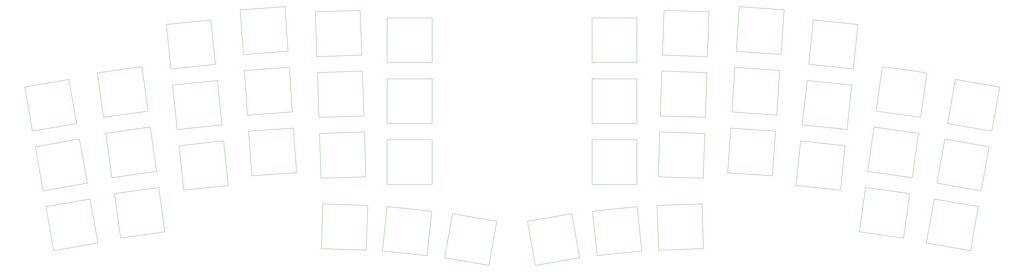
<source format=gbr>
%TF.GenerationSoftware,KiCad,Pcbnew,(6.0.0-0)*%
%TF.CreationDate,2022-01-05T19:35:22+07:00*%
%TF.ProjectId,kibod-01,6b69626f-642d-4303-912e-6b696361645f,rev?*%
%TF.SameCoordinates,Original*%
%TF.FileFunction,Other,ECO2*%
%FSLAX46Y46*%
G04 Gerber Fmt 4.6, Leading zero omitted, Abs format (unit mm)*
G04 Created by KiCad (PCBNEW (6.0.0-0)) date 2022-01-05 19:35:22*
%MOMM*%
%LPD*%
G01*
G04 APERTURE LIST*
%ADD10C,0.120000*%
G04 APERTURE END LIST*
D10*
%TO.C,K-0-0*%
X2979410Y-61740808D02*
X5410485Y-75528117D01*
X-8376824Y-77959192D02*
X-10807899Y-64171883D01*
X-10807899Y-64171883D02*
X2979410Y-61740808D01*
X5410485Y-75528117D02*
X-8376824Y-77959192D01*
%TO.C,K-0-1*%
X25702598Y-57815083D02*
X27651021Y-71678836D01*
X27651021Y-71678836D02*
X13787268Y-73627259D01*
X11838845Y-59763506D02*
X25702598Y-57815083D01*
X13787268Y-73627259D02*
X11838845Y-59763506D01*
%TO.C,K-0-2*%
X48698873Y-57038329D02*
X34775566Y-58501728D01*
X34775566Y-58501728D02*
X33312167Y-44578421D01*
X47235474Y-43115022D02*
X48698873Y-57038329D01*
X33312167Y-44578421D02*
X47235474Y-43115022D01*
%TO.C,K-0-3*%
X57350345Y-53932696D02*
X56373754Y-39966799D01*
X71316242Y-52956105D02*
X57350345Y-53932696D01*
X56373754Y-39966799D02*
X70339651Y-38990208D01*
X70339651Y-38990208D02*
X71316242Y-52956105D01*
%TO.C,K-0-4*%
X79803498Y-40625858D02*
X93794969Y-40137265D01*
X94283562Y-54128736D02*
X80292091Y-54617329D01*
X93794969Y-40137265D02*
X94283562Y-54128736D01*
X80292091Y-54617329D02*
X79803498Y-40625858D01*
%TO.C,K-0-5*%
X102220000Y-42530000D02*
X116220000Y-42530000D01*
X116220000Y-56530000D02*
X102220000Y-56530000D01*
X116220000Y-42530000D02*
X116220000Y-56530000D01*
X102220000Y-56530000D02*
X102220000Y-42530000D01*
%TO.C,K-1-0*%
X6287407Y-80390039D02*
X8718482Y-94177348D01*
X-7499902Y-82821114D02*
X6287407Y-80390039D01*
X-5068827Y-96608423D02*
X-7499902Y-82821114D01*
X8718482Y-94177348D02*
X-5068827Y-96608423D01*
%TO.C,K-1-1*%
X30302266Y-90543442D02*
X16438513Y-92491865D01*
X28353843Y-76679689D02*
X30302266Y-90543442D01*
X16438513Y-92491865D02*
X14490090Y-78628112D01*
X14490090Y-78628112D02*
X28353843Y-76679689D01*
%TO.C,K-1-2*%
X50690138Y-75983972D02*
X36766831Y-77447371D01*
X49226739Y-62060665D02*
X50690138Y-75983972D01*
X36766831Y-77447371D02*
X35303432Y-63524064D01*
X35303432Y-63524064D02*
X49226739Y-62060665D01*
%TO.C,K-1-3*%
X72645102Y-71959699D02*
X58679205Y-72936290D01*
X58679205Y-72936290D02*
X57702614Y-58970393D01*
X57702614Y-58970393D02*
X71668511Y-57993802D01*
X71668511Y-57993802D02*
X72645102Y-71959699D01*
%TO.C,K-1-4*%
X94459804Y-59175660D02*
X94948397Y-73167131D01*
X80468333Y-59664253D02*
X94459804Y-59175660D01*
X94948397Y-73167131D02*
X80956926Y-73655724D01*
X80956926Y-73655724D02*
X80468333Y-59664253D01*
%TO.C,K-1-5*%
X116220000Y-75580000D02*
X102220000Y-75580000D01*
X102220000Y-61580000D02*
X116220000Y-61580000D01*
X102220000Y-75580000D02*
X102220000Y-61580000D01*
X116220000Y-61580000D02*
X116220000Y-75580000D01*
%TO.C,K-2-0*%
X9595405Y-99150627D02*
X12026480Y-112937936D01*
X-1760829Y-115369011D02*
X-4191904Y-101581702D01*
X12026480Y-112937936D02*
X-1760829Y-115369011D01*
X-4191904Y-101581702D02*
X9595405Y-99150627D01*
%TO.C,K-2-1*%
X17141340Y-97492719D02*
X31005093Y-95544296D01*
X32953516Y-109408049D02*
X19089763Y-111356472D01*
X31005093Y-95544296D02*
X32953516Y-109408049D01*
X19089763Y-111356472D02*
X17141340Y-97492719D01*
%TO.C,K-2-2*%
X38758099Y-96393011D02*
X37294700Y-82469704D01*
X51218007Y-81006305D02*
X52681406Y-94929612D01*
X37294700Y-82469704D02*
X51218007Y-81006305D01*
X52681406Y-94929612D02*
X38758099Y-96393011D01*
%TO.C,K-2-3*%
X60008066Y-91939886D02*
X59031475Y-77973989D01*
X72997372Y-76997398D02*
X73973963Y-90963295D01*
X59031475Y-77973989D02*
X72997372Y-76997398D01*
X73973963Y-90963295D02*
X60008066Y-91939886D01*
%TO.C,K-2-4*%
X81133168Y-78702648D02*
X95124639Y-78214055D01*
X95124639Y-78214055D02*
X95613232Y-92205526D01*
X95613232Y-92205526D02*
X81621761Y-92694119D01*
X81621761Y-92694119D02*
X81133168Y-78702648D01*
%TO.C,K-2-5*%
X102220000Y-94630000D02*
X102220000Y-80630000D01*
X116220000Y-94630000D02*
X102220000Y-94630000D01*
X116220000Y-80630000D02*
X116220000Y-94630000D01*
X102220000Y-80630000D02*
X116220000Y-80630000D01*
%TO.C,K-3-3*%
X96140805Y-101198561D02*
X95652212Y-115190032D01*
X81660741Y-114701439D02*
X82149334Y-100709968D01*
X95652212Y-115190032D02*
X81660741Y-114701439D01*
X82149334Y-100709968D02*
X96140805Y-101198561D01*
%TO.C,K-3-4*%
X100733930Y-115449954D02*
X102197329Y-101526647D01*
X102197329Y-101526647D02*
X116120636Y-102990046D01*
X114657237Y-116913353D02*
X100733930Y-115449954D01*
X116120636Y-102990046D02*
X114657237Y-116913353D01*
%TO.C,K-3-5*%
X120160808Y-117525520D02*
X122591883Y-103738211D01*
X122591883Y-103738211D02*
X136379192Y-106169286D01*
X136379192Y-106169286D02*
X133948117Y-119956595D01*
X133948117Y-119956595D02*
X120160808Y-117525520D01*
%TO.C,K-0-0-B1*%
X290720683Y-77959192D02*
X276933374Y-75528117D01*
X276933374Y-75528117D02*
X279364449Y-61740808D01*
X279364449Y-61740808D02*
X293151758Y-64171883D01*
X293151758Y-64171883D02*
X290720683Y-77959192D01*
%TO.C,K-0-1-B1*%
X270505014Y-59763506D02*
X268556591Y-73627259D01*
X256641261Y-57815083D02*
X270505014Y-59763506D01*
X268556591Y-73627259D02*
X254692838Y-71678836D01*
X254692838Y-71678836D02*
X256641261Y-57815083D01*
%TO.C,K-0-2-B1*%
X249031692Y-44578421D02*
X247568293Y-58501728D01*
X233644986Y-57038329D02*
X235108385Y-43115022D01*
X247568293Y-58501728D02*
X233644986Y-57038329D01*
X235108385Y-43115022D02*
X249031692Y-44578421D01*
%TO.C,K-0-3-B1*%
X224993514Y-53932696D02*
X211027617Y-52956105D01*
X211027617Y-52956105D02*
X212004208Y-38990208D01*
X225970105Y-39966799D02*
X224993514Y-53932696D01*
X212004208Y-38990208D02*
X225970105Y-39966799D01*
%TO.C,K-0-4-B1*%
X188548890Y-40137265D02*
X202540361Y-40625858D01*
X202540361Y-40625858D02*
X202051768Y-54617329D01*
X188060297Y-54128736D02*
X188548890Y-40137265D01*
X202051768Y-54617329D02*
X188060297Y-54128736D01*
%TO.C,K-0-5-B1*%
X166112127Y-42530000D02*
X180112127Y-42530000D01*
X180112127Y-56530000D02*
X166112127Y-56530000D01*
X166112127Y-56530000D02*
X166112127Y-42530000D01*
X180112127Y-42530000D02*
X180112127Y-56530000D01*
%TO.C,K-1-0-B1*%
X289843760Y-82821114D02*
X287412685Y-96608423D01*
X273625376Y-94177348D02*
X276056451Y-80390039D01*
X276056451Y-80390039D02*
X289843760Y-82821114D01*
X287412685Y-96608423D02*
X273625376Y-94177348D01*
%TO.C,K-1-1-B1*%
X252041592Y-90543442D02*
X253990015Y-76679689D01*
X265905345Y-92491865D02*
X252041592Y-90543442D01*
X267853768Y-78628112D02*
X265905345Y-92491865D01*
X253990015Y-76679689D02*
X267853768Y-78628112D01*
%TO.C,K-1-2-B1*%
X245577027Y-77447371D02*
X231653720Y-75983972D01*
X231653720Y-75983972D02*
X233117119Y-62060665D01*
X247040426Y-63524064D02*
X245577027Y-77447371D01*
X233117119Y-62060665D02*
X247040426Y-63524064D01*
%TO.C,K-1-3-B1*%
X209698756Y-71959699D02*
X210675347Y-57993802D01*
X223664653Y-72936290D02*
X209698756Y-71959699D01*
X210675347Y-57993802D02*
X224641244Y-58970393D01*
X224641244Y-58970393D02*
X223664653Y-72936290D01*
%TO.C,K-1-4-B1*%
X187884054Y-59175660D02*
X201875525Y-59664253D01*
X201875525Y-59664253D02*
X201386932Y-73655724D01*
X187395461Y-73167131D02*
X187884054Y-59175660D01*
X201386932Y-73655724D02*
X187395461Y-73167131D01*
%TO.C,K-1-5-B1*%
X180112127Y-75580000D02*
X166112127Y-75580000D01*
X180112127Y-61580000D02*
X180112127Y-75580000D01*
X166112127Y-75580000D02*
X166112127Y-61580000D01*
X166112127Y-61580000D02*
X180112127Y-61580000D01*
%TO.C,K-2-0-B1*%
X270317378Y-112937936D02*
X272748453Y-99150627D01*
X284104687Y-115369011D02*
X270317378Y-112937936D01*
X286535762Y-101581702D02*
X284104687Y-115369011D01*
X272748453Y-99150627D02*
X286535762Y-101581702D01*
%TO.C,K-2-1-B1*%
X265202518Y-97492719D02*
X263254095Y-111356472D01*
X251338765Y-95544296D02*
X265202518Y-97492719D01*
X263254095Y-111356472D02*
X249390342Y-109408049D01*
X249390342Y-109408049D02*
X251338765Y-95544296D01*
%TO.C,K-2-2-B1*%
X245049158Y-82469704D02*
X243585759Y-96393011D01*
X229662452Y-94929612D02*
X231125851Y-81006305D01*
X231125851Y-81006305D02*
X245049158Y-82469704D01*
X243585759Y-96393011D02*
X229662452Y-94929612D01*
%TO.C,K-2-3-B1*%
X223312383Y-77973989D02*
X222335792Y-91939886D01*
X209346486Y-76997398D02*
X223312383Y-77973989D01*
X208369895Y-90963295D02*
X209346486Y-76997398D01*
X222335792Y-91939886D02*
X208369895Y-90963295D01*
%TO.C,K-2-4-B1*%
X187219219Y-78214055D02*
X201210690Y-78702648D01*
X186730626Y-92205526D02*
X187219219Y-78214055D01*
X201210690Y-78702648D02*
X200722097Y-92694119D01*
X200722097Y-92694119D02*
X186730626Y-92205526D01*
%TO.C,K-2-5-B1*%
X180112127Y-80630000D02*
X180112127Y-94630000D01*
X166112127Y-80630000D02*
X180112127Y-80630000D01*
X180112127Y-94630000D02*
X166112127Y-94630000D01*
X166112127Y-94630000D02*
X166112127Y-80630000D01*
%TO.C,K-3-3-B1*%
X200365498Y-100709968D02*
X200854091Y-114701439D01*
X186374027Y-101198561D02*
X200365498Y-100709968D01*
X186862620Y-115190032D02*
X186374027Y-101198561D01*
X200854091Y-114701439D02*
X186862620Y-115190032D01*
%TO.C,K-3-4-B1*%
X167674890Y-116913353D02*
X166211491Y-102990046D01*
X180134798Y-101526647D02*
X181598197Y-115449954D01*
X166211491Y-102990046D02*
X180134798Y-101526647D01*
X181598197Y-115449954D02*
X167674890Y-116913353D01*
%TO.C,K-3-5-B1*%
X145952935Y-106169286D02*
X159740244Y-103738211D01*
X148384010Y-119956595D02*
X145952935Y-106169286D01*
X162171319Y-117525520D02*
X148384010Y-119956595D01*
X159740244Y-103738211D02*
X162171319Y-117525520D01*
%TD*%
M02*

</source>
